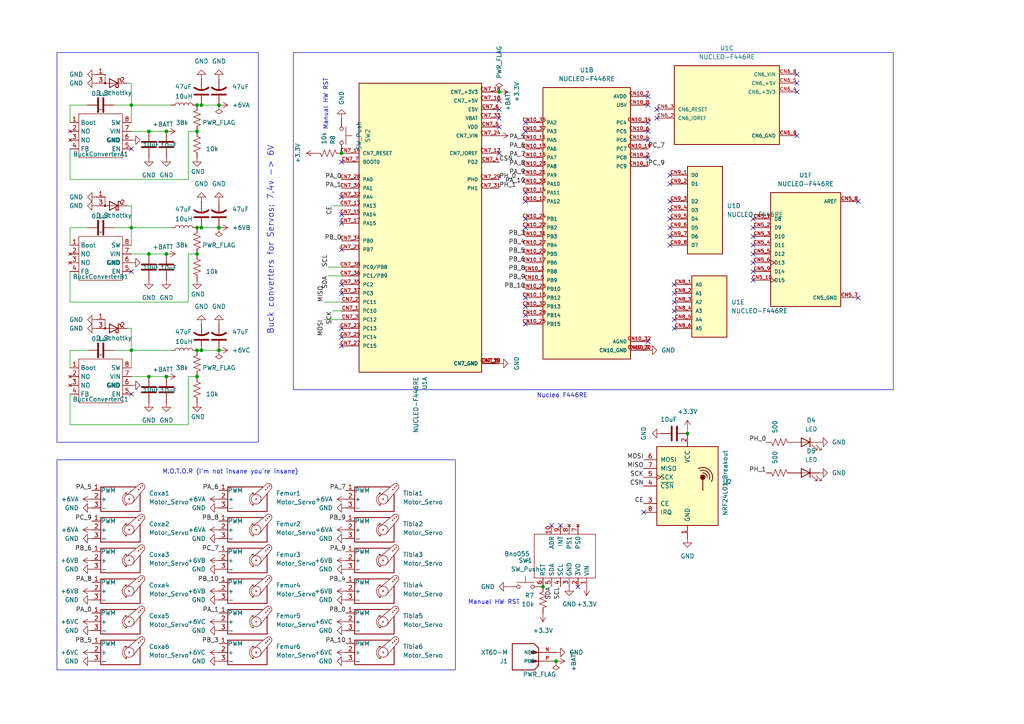
<source format=kicad_sch>
(kicad_sch (version 20250114) (generator "eeschema") (generator_version "9.0")
  (paper "A4")
  (rectangle (start 85.09 15.24) (end 259.08 113.03))
  (rectangle (start 16.51 133.35) (end 132.08 194.31))
  (rectangle (start 16.51 15.24) (end 74.93 128.27))
  (text "M.O.T.O.R (I'm not insane you're insane)" (at 66.802 136.906 0) (effects (font (size 1.27 1.27))))
  (text "Manual HW RST" (at 94.488 30.226 90) (effects (font (size 1.27 1.27))))
  (text "Buck converters for Servos: 7.4v -> 6V" (at 78.486 69.596 90) (effects (font (size 1.778 1.778))))
  (text "Nucleo F446RE" (at 163.068 114.808 0) (effects (font (size 1.27 1.27))))
  (text "Manual HW RST" (at 143.256 174.752 0) (effects (font (size 1.27 1.27))))
  (junction (at 63.5 30.48))
  (junction (at 57.15 38.1))
  (junction (at 63.5 101.6))
  (junction (at 58.42 30.48))
  (junction (at 161.29 191.77))
  (junction (at 63.5 66.04))
  (junction (at 48.26 73.66))
  (junction (at 144.78 26.67))
  (junction (at 58.42 66.04))
  (junction (at 48.26 109.22))
  (junction (at 57.15 109.22))
  (junction (at 43.18 38.1))
  (junction (at 43.18 109.22))
  (junction (at 38.1 30.48))
  (junction (at 48.26 38.1))
  (junction (at 57.15 30.48))
  (junction (at 57.15 101.6))
  (junction (at 157.48 170.18))
  (junction (at 58.42 101.6))
  (junction (at 99.06 44.45))
  (junction (at 57.15 66.04))
  (junction (at 38.1 101.6))
  (junction (at 43.18 73.66))
  (junction (at 57.15 73.66))
  (junction (at 38.1 66.04))
  (junction (at 199.39 125.73))
  (no_connect (at 152.4 63.5))
  (no_connect (at 218.44 68.58))
  (no_connect (at 99.06 97.79))
  (no_connect (at 248.92 86.36))
  (no_connect (at 218.44 71.12))
  (no_connect (at 144.78 36.83))
  (no_connect (at 187.96 38.1))
  (no_connect (at 99.06 72.39))
  (no_connect (at 195.58 92.71))
  (no_connect (at 187.96 27.94))
  (no_connect (at 187.96 99.06))
  (no_connect (at 144.78 44.45))
  (no_connect (at 99.06 85.09))
  (no_connect (at 187.96 35.56))
  (no_connect (at 152.4 88.9))
  (no_connect (at 187.96 40.64))
  (no_connect (at 218.44 66.04))
  (no_connect (at 194.31 58.42))
  (no_connect (at 99.06 82.55))
  (no_connect (at 195.58 90.17))
  (no_connect (at 167.64 170.18))
  (no_connect (at 190.5 34.29))
  (no_connect (at 38.1 114.3))
  (no_connect (at 152.4 35.56))
  (no_connect (at 194.31 66.04))
  (no_connect (at 162.56 152.4))
  (no_connect (at 186.69 148.59))
  (no_connect (at 99.06 100.33))
  (no_connect (at 144.78 29.21))
  (no_connect (at 194.31 53.34))
  (no_connect (at 99.06 62.23))
  (no_connect (at 144.78 31.75))
  (no_connect (at 194.31 71.12))
  (no_connect (at 231.14 26.67))
  (no_connect (at 152.4 93.98))
  (no_connect (at 38.1 43.18))
  (no_connect (at 194.31 50.8))
  (no_connect (at 187.96 45.72))
  (no_connect (at 218.44 76.2))
  (no_connect (at 194.31 60.96))
  (no_connect (at 218.44 81.28))
  (no_connect (at 152.4 86.36))
  (no_connect (at 231.14 21.59))
  (no_connect (at 99.06 46.99))
  (no_connect (at 231.14 39.37))
  (no_connect (at 248.92 58.42))
  (no_connect (at 144.78 34.29))
  (no_connect (at 99.06 64.77))
  (no_connect (at 218.44 63.5))
  (no_connect (at 152.4 91.44))
  (no_connect (at 194.31 68.58))
  (no_connect (at 195.58 87.63))
  (no_connect (at 187.96 30.48))
  (no_connect (at 195.58 82.55))
  (no_connect (at 152.4 58.42))
  (no_connect (at 160.02 152.4))
  (no_connect (at 152.4 66.04))
  (no_connect (at 99.06 57.15))
  (no_connect (at 38.1 78.74))
  (no_connect (at 152.4 38.1))
  (no_connect (at 195.58 85.09))
  (no_connect (at 218.44 78.74))
  (no_connect (at 190.5 31.75))
  (no_connect (at 218.44 73.66))
  (no_connect (at 195.58 95.25))
  (no_connect (at 152.4 55.88))
  (no_connect (at 231.14 24.13))
  (no_connect (at 99.06 95.25))
  (no_connect (at 194.31 63.5))
  (wire (pts (xy 99.06 77.47) (xy 95.25 77.47)))
  (wire (pts (xy 43.18 109.22) (xy 48.26 109.22)))
  (wire (pts (xy 20.32 87.63) (xy 54.61 87.63)))
  (wire (pts (xy 20.32 71.12) (xy 20.32 66.04)))
  (wire (pts (xy 57.15 30.48) (xy 58.42 30.48)))
  (wire (pts (xy 99.06 92.71) (xy 93.98 92.71)))
  (wire (pts (xy 36.83 24.13) (xy 38.1 24.13)))
  (wire (pts (xy 33.02 101.6) (xy 38.1 101.6)))
  (wire (pts (xy 38.1 101.6) (xy 49.53 101.6)))
  (wire (pts (xy 38.1 24.13) (xy 38.1 30.48)))
  (wire (pts (xy 199.39 124.46) (xy 199.39 125.73)))
  (wire (pts (xy 43.18 73.66) (xy 48.26 73.66)))
  (wire (pts (xy 54.61 38.1) (xy 57.15 38.1)))
  (wire (pts (xy 38.1 30.48) (xy 49.53 30.48)))
  (wire (pts (xy 54.61 73.66) (xy 57.15 73.66)))
  (wire (pts (xy 20.32 43.18) (xy 20.32 52.07)))
  (wire (pts (xy 57.15 66.04) (xy 58.42 66.04)))
  (wire (pts (xy 36.83 59.69) (xy 38.1 59.69)))
  (wire (pts (xy 38.1 101.6) (xy 38.1 106.68)))
  (wire (pts (xy 96.52 59.69) (xy 99.06 59.69)))
  (wire (pts (xy 58.42 101.6) (xy 63.5 101.6)))
  (wire (pts (xy 20.32 78.74) (xy 20.32 87.63)))
  (wire (pts (xy 20.32 123.19) (xy 54.61 123.19)))
  (wire (pts (xy 38.1 30.48) (xy 38.1 35.56)))
  (wire (pts (xy 58.42 66.04) (xy 63.5 66.04)))
  (wire (pts (xy 20.32 35.56) (xy 20.32 30.48)))
  (wire (pts (xy 54.61 123.19) (xy 54.61 109.22)))
  (wire (pts (xy 33.02 66.04) (xy 38.1 66.04)))
  (wire (pts (xy 54.61 52.07) (xy 54.61 38.1)))
  (wire (pts (xy 99.06 87.63) (xy 93.98 87.63)))
  (wire (pts (xy 38.1 95.25) (xy 38.1 101.6)))
  (wire (pts (xy 20.32 30.48) (xy 25.4 30.48)))
  (wire (pts (xy 38.1 38.1) (xy 43.18 38.1)))
  (wire (pts (xy 38.1 66.04) (xy 38.1 71.12)))
  (wire (pts (xy 54.61 109.22) (xy 57.15 109.22)))
  (wire (pts (xy 58.42 30.48) (xy 63.5 30.48)))
  (wire (pts (xy 33.02 30.48) (xy 38.1 30.48)))
  (wire (pts (xy 57.15 101.6) (xy 58.42 101.6)))
  (wire (pts (xy 99.06 90.17) (xy 96.52 90.17)))
  (wire (pts (xy 38.1 73.66) (xy 43.18 73.66)))
  (wire (pts (xy 20.32 101.6) (xy 25.4 101.6)))
  (wire (pts (xy 38.1 109.22) (xy 43.18 109.22)))
  (wire (pts (xy 54.61 87.63) (xy 54.61 73.66)))
  (wire (pts (xy 20.32 52.07) (xy 54.61 52.07)))
  (wire (pts (xy 38.1 66.04) (xy 49.53 66.04)))
  (wire (pts (xy 20.32 66.04) (xy 25.4 66.04)))
  (wire (pts (xy 99.06 80.01) (xy 95.25 80.01)))
  (wire (pts (xy 36.83 95.25) (xy 38.1 95.25)))
  (wire (pts (xy 20.32 106.68) (xy 20.32 101.6)))
  (wire (pts (xy 38.1 59.69) (xy 38.1 66.04)))
  (wire (pts (xy 20.32 114.3) (xy 20.32 123.19)))
  (wire (pts (xy 43.18 38.1) (xy 48.26 38.1)))
  (label "PA_10" (at 100.33 186.69 180))
  (label "PA_6" (at 152.4 43.18 180))
  (label "PB_5" (at 152.4 73.66 180))
  (label "PA_6" (at 63.5 142.24 180))
  (label "CSN" (at 186.69 140.97 180))
  (label "PB_3" (at 63.5 186.69 180))
  (label "PA_9" (at 152.4 50.8 180))
  (label "PB_0" (at 99.06 69.85 180))
  (label "SCK" (at 96.52 90.17 270))
  (label "CE" (at 96.52 59.69 270))
  (label "PB_4" (at 100.33 168.91 180))
  (label "PB_8" (at 152.4 78.74 180))
  (label "PB_9" (at 152.4 81.28 180))
  (label "PA_7" (at 152.4 45.72 180))
  (label "CE" (at 186.69 146.05 180))
  (label "PC_9" (at 187.96 48.26 0))
  (label "PA_8" (at 26.67 168.91 180))
  (label "PB_8" (at 63.5 151.13 180))
  (label "PB_6" (at 152.4 76.2 180))
  (label "MISO" (at 93.98 87.63 90))
  (label "PA_10" (at 152.4 53.34 180))
  (label "PA_1" (at 63.5 177.8 180))
  (label "SCL" (at 95.25 77.47 90))
  (label "PH_0" (at 222.25 128.27 180))
  (label "SDA" (at 95.25 80.01 270))
  (label "SCL" (at 162.56 170.18 270))
  (label "PA_5" (at 152.4 40.64 180))
  (label "PA_5" (at 26.67 142.24 180))
  (label "PH_1" (at 222.25 137.16 180))
  (label "" (at 63.5 171.45 180))
  (label "" (at 100.33 162.56 180))
  (label "" (at 26.67 171.45 180))
  (label "MOSI" (at 186.69 133.35 180))
  (label "PC_7" (at 63.5 160.02 180))
  (label "PB_10" (at 63.5 168.91 180))
  (label "PC_7" (at 187.96 43.18 0))
  (label "" (at 63.5 162.56 180))
  (label "" (at 26.67 162.56 180))
  (label "PH_1" (at 144.78 54.61 0))
  (label "PB_5" (at 26.67 186.69 180))
  (label "PB_4" (at 152.4 71.12 180))
  (label "PA_0" (at 99.06 52.07 180))
  (label "PH_0" (at 144.78 52.07 0))
  (label "PA_1" (at 99.06 54.61 180))
  (label "PB_9" (at 100.33 151.13 180))
  (label "PA_0" (at 26.67 177.8 180))
  (label "PB_3" (at 152.4 68.58 180))
  (label "PB_0" (at 100.33 177.8 180))
  (label "PA_7" (at 100.33 142.24 180))
  (label "CSN" (at 144.78 46.99 0))
  (label "SCK" (at 186.69 138.43 180))
  (label "MOSI" (at 93.98 92.71 270))
  (label "PC_9" (at 26.67 151.13 180))
  (label "PA_8" (at 152.4 48.26 180))
  (label "PB_10" (at 152.4 83.82 180))
  (label "MISO" (at 186.69 135.89 180))
  (label "" (at 100.33 171.45 180))
  (label "PA_9" (at 100.33 160.02 180))
  (label "SDA" (at 160.02 170.18 270))
  (label "PB_6" (at 26.67 160.02 180))
  (symbol (lib_id "power:GND") (at 237.49 137.16 90) (unit 1)
    (property "Reference" "#PWR049" (effects (hide yes)))
    (property "Value" "GND" (at 241.3 137.1599 90) (effects (justify right)))
    (property "Description" "Power symbol creates a global label with name \"GND\" , ground" (effects (hide yes)))
  )
  (symbol (lib_id "power:GND") (at 38.1 111.76 90) (unit 1)
    (property "Reference" "#PWR042" (effects (hide yes)))
    (property "Value" "GND" (at 30.734 111.76 90) (effects (justify right)))
    (property "Description" "Power symbol creates a global label with name \"GND\" , ground" (effects (hide yes)))
  )
  (symbol (lib_id "Motor:Motor_Servo") (at 71.12 144.78 0) (unit 1)
    (property "Reference" "Femur1" (at 80.01 143.0768 0) (effects (justify left)))
    (property "Value" "Motor_Servo" (at 80.01 145.6168 0) (effects (justify left)))
    (property "Footprint" "Connector_PinHeader_2.54mm:PinHeader_1x03_P2.54mm_Vertical" (effects (hide yes)))
    (property "Datasheet" "http://forums.parallax.com/uploads/attachments/46831/74481.png" (effects (hide yes)))
    (property "Description" "Servo Motor (Futaba, HiTec, JR connector)" (effects (hide yes)))
  )
  (symbol (lib_id "power:+BATT") (at 48.26 109.22 270) (unit 1)
    (property "Reference" "#PWR044" (effects (hide yes)))
    (property "Value" "+BATT" (at 44.196 107.188 90) (effects (justify left)))
    (property "Description" "Power symbol creates a global label with name \"+BATT\"" (effects (hide yes)))
  )
  (symbol (lib_id "RT8289:RT8289") (at 29.21 74.93 0) (unit 1)
    (property "Reference" "BuckConverterB1" (at 29.21 80.264 0))
    (property "Value" "~" (at 29.21 67.31 0))
    (property "Footprint" "RT8289GSP:SOIC127P599X175-9N" (effects (hide yes)))
  )
  (symbol (lib_id "power:GND") (at 187.96 101.6 90) (unit 1)
    (property "Reference" "#PWR085" (effects (hide yes)))
    (property "Value" "GND" (at 191.77 101.5999 90) (effects (justify right)))
    (property "Description" "Power symbol creates a global label with name \"GND\" , ground" (effects (hide yes)))
  )
  (symbol (lib_id "power:+6V") (at 100.33 189.23 90) (mirror x) (unit 1)
    (property "Reference" "#PWR082" (effects (hide yes)))
    (property "Value" "+6VC" (at 96.52 189.2299 90) (effects (justify left)))
    (property "Description" "Power symbol creates a global label with name \"+6V\"" (effects (hide yes)))
  )
  (symbol (lib_id "RF:NRF24L01_Breakout") (at 199.39 140.97 0) (unit 1)
    (property "Reference" "U2" (at 209.55 139.6999 0) (effects (justify left)))
    (property "Value" "NRF24L01_Breakout" (at 210.312 149.606 90) (effects (justify left)))
    (property "Footprint" "RF_Module:nRF24L01_Breakout" (effects (hide yes)))
    (property "Datasheet" "http://www.nordicsemi.com/eng/content/download/2730/34105/file/nRF24L01_Product_Specification_v2_0.pdf" (effects (hide yes)))
    (property "Description" "Ultra low power 2.4GHz RF Transceiver, Carrier PCB" (effects (hide yes)))
  )
  (symbol (lib_id "power:GND") (at 100.33 182.88 270) (unit 1)
    (property "Reference" "#PWR015" (effects (hide yes)))
    (property "Value" "GND" (at 96.52 182.8799 90) (effects (justify right)))
    (property "Description" "Power symbol creates a global label with name \"GND\" , ground" (effects (hide yes)))
  )
  (symbol (lib_id "power:GND") (at 27.94 57.15 270) (unit 1)
    (property "Reference" "#PWR070" (effects (hide yes)))
    (property "Value" "GND" (at 24.13 57.1501 90) (effects (justify right)))
    (property "Description" "Power symbol creates a global label with name \"GND\" , ground" (effects (hide yes)))
  )
  (symbol (lib_id "power:GND") (at 26.67 191.77 270) (unit 1)
    (property "Reference" "#PWR016" (effects (hide yes)))
    (property "Value" "GND" (at 22.86 191.7699 90) (effects (justify right)))
    (property "Description" "Power symbol creates a global label with name \"GND\" , ground" (effects (hide yes)))
  )
  (symbol (lib_id "power:+6V") (at 100.33 162.56 90) (mirror x) (unit 1)
    (property "Reference" "#PWR08" (effects (hide yes)))
    (property "Value" "+6VB" (at 96.52 162.5599 90) (effects (justify left)))
    (property "Description" "Power symbol creates a global label with name \"+6V\"" (effects (hide yes)))
  )
  (symbol (lib_id "power:GND") (at 63.5 173.99 270) (unit 1)
    (property "Reference" "#PWR010" (effects (hide yes)))
    (property "Value" "GND" (at 59.69 173.9899 90) (effects (justify right)))
    (property "Description" "Power symbol creates a global label with name \"GND\" , ground" (effects (hide yes)))
  )
  (symbol (lib_id "power:GND") (at 58.42 93.98 180) (unit 1)
    (property "Reference" "#PWR047" (effects (hide yes)))
    (property "Value" "GND" (at 58.42 88.9 0))
    (property "Description" "Power symbol creates a global label with name \"GND\" , ground" (effects (hide yes)))
  )
  (symbol (lib_id "power:+6V") (at 63.5 180.34 90) (mirror x) (unit 1)
    (property "Reference" "#PWR080" (effects (hide yes)))
    (property "Value" "+6VC" (at 59.69 180.3399 90) (effects (justify left)))
    (property "Description" "Power symbol creates a global label with name \"+6V\"" (effects (hide yes)))
  )
  (symbol (lib_id "power:GND") (at 63.5 147.32 270) (unit 1)
    (property "Reference" "#PWR07" (effects (hide yes)))
    (property "Value" "GND" (at 59.69 147.3199 90) (effects (justify right)))
    (property "Description" "Power symbol creates a global label with name \"GND\" , ground" (effects (hide yes)))
  )
  (symbol (lib_id "Device:LED") (at 233.68 128.27 0) (mirror y) (unit 1)
    (property "Reference" "D4" (at 235.2675 121.92 0))
    (property "Value" "LED" (at 235.2675 124.46 0))
    (property "Footprint" "LED_SMD:LED_miniPLCC_2315_Handsoldering" (effects (hide yes)))
    (property "Description" "Light emitting diode" (effects (hide yes)))
    (property "Sim.Pins" "1=K 2=A" (effects (hide yes)))
  )
  (symbol (lib_id "power:GND") (at 100.33 156.21 270) (unit 1)
    (property "Reference" "#PWR066" (effects (hide yes)))
    (property "Value" "GND" (at 96.52 156.2099 90) (effects (justify right)))
    (property "Description" "Power symbol creates a global label with name \"GND\" , ground" (effects (hide yes)))
  )
  (symbol (lib_id "Device:R_US") (at 57.15 69.85 0) (mirror y) (unit 1)
    (property "Reference" "R3" (effects (hide yes)))
    (property "Value" "38k" (at 54.61 71.1199 0) (effects (justify left)))
    (property "Footprint" "Resistor_SMD:R_0805_2012Metric" (effects (hide yes)))
    (property "Description" "Resistor, US symbol" (effects (hide yes)))
  )
  (symbol (lib_id "power:+BATT") (at 48.26 38.1 270) (unit 1)
    (property "Reference" "#PWR030" (effects (hide yes)))
    (property "Value" "+BATT" (at 44.196 36.068 90) (effects (justify left)))
    (property "Description" "Power symbol creates a global label with name \"+BATT\"" (effects (hide yes)))
  )
  (symbol (lib_id "power:+3.3V") (at 157.48 177.8 180) (unit 1)
    (property "Reference" "#PWR055" (effects (hide yes)))
    (property "Value" "+3.3V" (at 157.48 182.88 0))
    (property "Description" "Power symbol creates a global label with name \"+3.3V\"" (effects (hide yes)))
  )
  (symbol (lib_id "Device:C") (at 48.26 41.91 0) (unit 1)
    (property "Reference" "C4" (effects (hide yes)))
    (property "Value" "10uF" (at 46.482 42.164 0) (effects (justify left)))
    (property "Footprint" "Capacitor_SMD:C_0805_2012Metric" (effects (hide yes)))
    (property "Description" "Murata GRM21BR61C106KE15" (effects (hide yes)))
  )
  (symbol (lib_id "power:GND") (at 237.49 128.27 90) (unit 1)
    (property "Reference" "#PWR051" (effects (hide yes)))
    (property "Value" "GND" (at 241.3 128.2699 90) (effects (justify right)))
    (property "Description" "Power symbol creates a global label with name \"GND\" , ground" (effects (hide yes)))
  )
  (symbol (lib_id "power:GND") (at 43.18 116.84 0) (unit 1)
    (property "Reference" "#PWR043" (effects (hide yes)))
    (property "Value" "GND" (at 43.18 121.92 0))
    (property "Description" "Power symbol creates a global label with name \"GND\" , ground" (effects (hide yes)))
  )
  (symbol (lib_id "power:GND") (at 26.67 156.21 270) (unit 1)
    (property "Reference" "#PWR02" (effects (hide yes)))
    (property "Value" "GND" (at 22.86 156.2099 90) (effects (justify right)))
    (property "Description" "Power symbol creates a global label with name \"GND\" , ground" (effects (hide yes)))
  )
  (symbol (lib_id "Device:C") (at 43.18 113.03 0) (unit 1)
    (property "Reference" "C12" (effects (hide yes)))
    (property "Value" "10uF" (at 41.402 113.03 0) (effects (justify left)))
    (property "Footprint" "Capacitor_SMD:C_0805_2012Metric" (effects (hide yes)))
    (property "Description" "Murata GRM21BR61C106KE15" (effects (hide yes)))
  )
  (symbol (lib_id "NUCLEO-F446RE:NUCLEO-F446RE") (at 210.82 29.21 0) (unit 3)
    (property "Reference" "U1" (at 210.82 13.97 0))
    (property "Value" "NUCLEO-F446RE" (at 210.82 16.51 0))
    (property "Footprint" "NUCLEO-F446RE:MODULE_NUCLEO-F446RE" (effects (hide yes)))
    (property "MF" "STMicroelectronics" (effects (hide yes)))
    (property "Package" "None" (effects (hide yes)))
    (property "Price" "None" (effects (hide yes)))
    (property "Check_prices" "https://www.snapeda.com/parts/NUCLEO-F446RE/STMicroelectronics/view-part/?ref=eda" (effects (hide yes)))
    (property "STANDARD" "Manufacturer Recommendations" (effects (hide yes)))
    (property "PARTREV" "13" (effects (hide yes)))
    (property "SnapEDA_Link" "https://www.snapeda.com/parts/NUCLEO-F446RE/STMicroelectronics/view-part/?ref=snap" (effects (hide yes)))
    (property "MP" "NUCLEO-F446RE" (effects (hide yes)))
    (property "Description_1" "STM32F446RE, mbed-Enabled Development Nucleo-64 STM32F4 ARM® Cortex®-M4 MCU 32-Bit Embedded Evaluation Board" (effects (hide yes)))
    (property "Availability" "In Stock" (effects (hide yes)))
    (property "MANUFACTURER" "STMicroelectronics" (effects (hide yes)))
  )
  (symbol (lib_id "power:GND") (at 63.5 93.98 0) (mirror x) (unit 1)
    (property "Reference" "#PWR063" (effects (hide yes)))
    (property "Value" "GND" (at 63.5 88.9 0))
    (property "Description" "Power symbol creates a global label with name \"GND\" , ground" (effects (hide yes)))
  )
  (symbol (lib_id "Device:L") (at 53.34 30.48 90) (unit 1)
    (property "Reference" "L1" (effects (hide yes)))
    (property "Value" "10uH" (at 53.34 27.94 90))
    (property "Footprint" "footprints:IND_EXL1V0505-100-R_COB" (effects (hide yes)))
    (property "Description" "Inductor" (effects (hide yes)))
  )
  (symbol (lib_id "Device:R_US") (at 226.06 137.16 270) (mirror x) (unit 1)
    (property "Reference" "R10" (effects (hide yes)))
    (property "Value" "500" (at 224.7901 134.62 0) (effects (justify left)))
    (property "Footprint" "Resistor_SMD:R_0805_2012Metric" (effects (hide yes)))
    (property "Description" "Resistor, US symbol" (effects (hide yes)))
  )
  (symbol (lib_id "power:+6V") (at 26.67 144.78 90) (mirror x) (unit 1)
    (property "Reference" "#PWR065" (effects (hide yes)))
    (property "Value" "+6VA" (at 22.86 144.7799 90) (effects (justify left)))
    (property "Description" "Power symbol creates a global label with name \"+6V\"" (effects (hide yes)))
  )
  (symbol (lib_id "power:+6V") (at 100.33 153.67 90) (mirror x) (unit 1)
    (property "Reference" "#PWR060" (effects (hide yes)))
    (property "Value" "+6VA" (at 96.52 153.6699 90) (effects (justify left)))
    (property "Description" "Power symbol creates a global label with name \"+6V\"" (effects (hide yes)))
  )
  (symbol (lib_id "power:GND") (at 191.77 125.73 270) (unit 1)
    (property "Reference" "#PWR059" (effects (hide yes)))
    (property "Value" "GND" (at 186.69 125.73 0))
    (property "Description" "Power symbol creates a global label with name \"GND\" , ground" (effects (hide yes)))
  )
  (symbol (lib_id "power:GND") (at 58.42 58.42 180) (unit 1)
    (property "Reference" "#PWR038" (effects (hide yes)))
    (property "Value" "GND" (at 58.42 53.34 0))
    (property "Description" "Power symbol creates a global label with name \"GND\" , ground" (effects (hide yes)))
  )
  (symbol (lib_id "NUCLEO-F446RE:NUCLEO-F446RE") (at 205.74 87.63 0) (unit 5)
    (property "Reference" "U1" (at 212.09 87.6299 0) (effects (justify left)))
    (property "Value" "NUCLEO-F446RE" (at 212.09 90.1699 0) (effects (justify left)))
    (property "Footprint" "NUCLEO-F446RE:MODULE_NUCLEO-F446RE" (effects (hide yes)))
    (property "MF" "STMicroelectronics" (effects (hide yes)))
    (property "Package" "None" (effects (hide yes)))
    (property "Price" "None" (effects (hide yes)))
    (property "Check_prices" "https://www.snapeda.com/parts/NUCLEO-F446RE/STMicroelectronics/view-part/?ref=eda" (effects (hide yes)))
    (property "STANDARD" "Manufacturer Recommendations" (effects (hide yes)))
    (property "PARTREV" "13" (effects (hide yes)))
    (property "SnapEDA_Link" "https://www.snapeda.com/parts/NUCLEO-F446RE/STMicroelectronics/view-part/?ref=snap" (effects (hide yes)))
    (property "MP" "NUCLEO-F446RE" (effects (hide yes)))
    (property "Description_1" "STM32F446RE, mbed-Enabled Development Nucleo-64 STM32F4 ARM® Cortex®-M4 MCU 32-Bit Embedded Evaluation Board" (effects (hide yes)))
    (property "Availability" "In Stock" (effects (hide yes)))
    (property "MANUFACTURER" "STMicroelectronics" (effects (hide yes)))
  )
  (symbol (lib_id "power:GND") (at 161.29 189.23 90) (unit 1)
    (property "Reference" "#PWR026" (effects (hide yes)))
    (property "Value" "GND" (at 165.1 189.2301 90) (effects (justify right)))
    (property "Description" "Power symbol creates a global label with name \"GND\" , ground" (effects (hide yes)))
  )
  (symbol (lib_id "XT60-M:XT60-M") (at 156.21 189.23 180) (unit 1)
    (property "Reference" "J1" (at 147.32 191.7701 0) (effects (justify left)))
    (property "Value" "XT60-M" (at 147.32 189.2301 0) (effects (justify left)))
    (property "Footprint" "XT60-M:AMASS_XT60-M" (effects (hide yes)))
    (property "MF" "AMASS" (effects (hide yes)))
    (property "MAXIMUM_PACKAGE_HEIGHT" "16.00 mm" (effects (hide yes)))
    (property "Package" "Package" (effects (hide yes)))
    (property "Price" "None" (effects (hide yes)))
    (property "Check_prices" "https://www.snapeda.com/parts/XT60-M/AMASS/view-part/?ref=eda" (effects (hide yes)))
    (property "STANDARD" "IPC 7351B" (effects (hide yes)))
    (property "PARTREV" "V1.2" (effects (hide yes)))
    (property "SnapEDA_Link" "https://www.snapeda.com/parts/XT60-M/AMASS/view-part/?ref=snap" (effects (hide yes)))
    (property "MP" "XT60-M" (effects (hide yes)))
    (property "Description_1" "Plug; DC supply; XT60; male; PIN: 2; for cable; soldered; 30A; 500V" (effects (hide yes)))
    (property "Availability" "Not in stock" (effects (hide yes)))
    (property "MANUFACTURER" "AMASS" (effects (hide yes)))
  )
  (symbol (lib_id "power:GND") (at 63.5 58.42 0) (mirror x) (unit 1)
    (property "Reference" "#PWR039" (effects (hide yes)))
    (property "Value" "GND" (at 63.5 53.34 0))
    (property "Description" "Power symbol creates a global label with name \"GND\" , ground" (effects (hide yes)))
  )
  (symbol (lib_id "power:GND") (at 27.94 24.13 270) (unit 1)
    (property "Reference" "#PWR027" (effects (hide yes)))
    (property "Value" "GND" (at 24.13 24.1301 90) (effects (justify right)))
    (property "Description" "Power symbol creates a global label with name \"GND\" , ground" (effects (hide yes)))
  )
  (symbol (lib_id "power:GND") (at 99.06 34.29 0) (mirror x) (unit 1)
    (property "Reference" "#PWR057" (effects (hide yes)))
    (property "Value" "GND" (at 99.0601 30.48 90) (effects (justify right)))
    (property "Description" "Power symbol creates a global label with name \"GND\" , ground" (effects (hide yes)))
  )
  (symbol (lib_id "Device:C") (at 43.18 41.91 0) (unit 1)
    (property "Reference" "C5" (effects (hide yes)))
    (property "Value" "10uF" (at 41.402 41.91 0) (effects (justify left)))
    (property "Footprint" "Capacitor_SMD:C_0805_2012Metric" (effects (hide yes)))
    (property "Description" "Murata GRM21BR61C106KE15" (effects (hide yes)))
  )
  (symbol (lib_id "power:+6V") (at 63.5 144.78 90) (mirror x) (unit 1)
    (property "Reference" "#PWR068" (effects (hide yes)))
    (property "Value" "+6VA" (at 59.69 144.7799 90) (effects (justify left)))
    (property "Description" "Power symbol creates a global label with name \"+6V\"" (effects (hide yes)))
  )
  (symbol (lib_id "Motor:Motor_Servo") (at 71.12 162.56 0) (unit 1)
    (property "Reference" "Femur3" (at 80.01 160.8568 0) (effects (justify left)))
    (property "Value" "Motor_Servo" (at 80.01 163.3968 0) (effects (justify left)))
    (property "Footprint" "Connector_PinHeader_2.54mm:PinHeader_1x03_P2.54mm_Vertical" (effects (hide yes)))
    (property "Datasheet" "http://forums.parallax.com/uploads/attachments/46831/74481.png" (effects (hide yes)))
    (property "Description" "Servo Motor (Futaba, HiTec, JR connector)" (effects (hide yes)))
  )
  (symbol (lib_id "power:+BATT") (at 48.26 73.66 270) (unit 1)
    (property "Reference" "#PWR035" (effects (hide yes)))
    (property "Value" "+BATT" (at 44.196 71.628 90) (effects (justify left)))
    (property "Description" "Power symbol creates a global label with name \"+BATT\"" (effects (hide yes)))
  )
  (symbol (lib_id "Device:D_Schottky_AKA") (at 33.02 24.13 0) (mirror y) (unit 1)
    (property "Reference" "D1" (effects (hide yes)))
    (property "Value" "D_Schottky" (at 33.02 26.924 0))
    (property "Footprint" "815:MBR1045S" (effects (hide yes)))
    (property "Description" "Schottky diode, anode on pins 1 and 3" (effects (hide yes)))
  )
  (symbol (lib_id "Device:C_US") (at 58.42 26.67 180) (unit 1)
    (property "Reference" "C2" (effects (hide yes)))
    (property "Value" "47uF" (at 55.626 25.146 0) (effects (justify left)))
    (property "Footprint" "footprints2:CAP_TA_B2_PAN" (effects (hide yes)))
    (property "Description" "capacitor, US symbol" (effects (hide yes)))
  )
  (symbol (lib_id "Device:C_US") (at 58.42 97.79 180) (unit 1)
    (property "Reference" "C14" (effects (hide yes)))
    (property "Value" "47uF" (at 55.626 96.266 0) (effects (justify left)))
    (property "Footprint" "footprints2:CAP_TA_B2_PAN" (effects (hide yes)))
    (property "Description" "capacitor, US symbol" (effects (hide yes)))
  )
  (symbol (lib_id "power:+3.3V") (at 199.39 124.46 0) (unit 1)
    (property "Reference" "#PWR058" (effects (hide yes)))
    (property "Value" "+3.3V" (at 199.39 119.38 0))
    (property "Description" "Power symbol creates a global label with name \"+3.3V\"" (effects (hide yes)))
  )
  (symbol (lib_id "power:+6V") (at 63.5 189.23 90) (mirror x) (unit 1)
    (property "Reference" "#PWR079" (effects (hide yes)))
    (property "Value" "+6VC" (at 59.69 189.2299 90) (effects (justify left)))
    (property "Description" "Power symbol creates a global label with name \"+6V\"" (effects (hide yes)))
  )
  (symbol (lib_id "power:GND") (at 48.26 116.84 0) (unit 1)
    (property "Reference" "#PWR045" (effects (hide yes)))
    (property "Value" "GND" (at 48.26 121.92 0))
    (property "Description" "Power symbol creates a global label with name \"GND\" , ground" (effects (hide yes)))
  )
  (symbol (lib_id "power:+6V") (at 100.33 144.78 90) (mirror x) (unit 1)
    (property "Reference" "#PWR069" (effects (hide yes)))
    (property "Value" "+6VA" (at 96.52 144.7799 90) (effects (justify left)))
    (property "Description" "Power symbol creates a global label with name \"+6V\"" (effects (hide yes)))
  )
  (symbol (lib_id "power:GND") (at 199.39 156.21 0) (unit 1)
    (property "Reference" "#PWR024" (effects (hide yes)))
    (property "Value" "GND" (at 199.39 161.29 0))
    (property "Description" "Power symbol creates a global label with name \"GND\" , ground" (effects (hide yes)))
  )
  (symbol (lib_id "power:GND") (at 27.94 92.71 270) (unit 1)
    (property "Reference" "#PWR076" (effects (hide yes)))
    (property "Value" "GND" (at 24.13 92.7101 90) (effects (justify right)))
    (property "Description" "Power symbol creates a global label with name \"GND\" , ground" (effects (hide yes)))
  )
  (symbol (lib_id "power:+BATT") (at 161.29 191.77 270) (unit 1)
    (property "Reference" "#PWR029" (effects (hide yes)))
    (property "Value" "+BATT" (at 166.37 191.77 0))
    (property "Description" "Power symbol creates a global label with name \"+BATT\"" (effects (hide yes)))
  )
  (symbol (lib_id "Motor:Motor_Servo") (at 71.12 180.34 0) (unit 1)
    (property "Reference" "Femur5" (at 80.01 178.6368 0) (effects (justify left)))
    (property "Value" "Motor_Servo" (at 80.01 181.1768 0) (effects (justify left)))
    (property "Footprint" "Connector_PinHeader_2.54mm:PinHeader_1x03_P2.54mm_Vertical" (effects (hide yes)))
    (property "Datasheet" "http://forums.parallax.com/uploads/attachments/46831/74481.png" (effects (hide yes)))
    (property "Description" "Servo Motor (Futaba, HiTec, JR connector)" (effects (hide yes)))
  )
  (symbol (lib_id "Device:D_Schottky_AKA") (at 33.02 59.69 0) (mirror y) (unit 1)
    (property "Reference" "D7" (effects (hide yes)))
    (property "Value" "D_Schottky" (at 33.02 62.484 0))
    (property "Footprint" "815:MBR1045S" (effects (hide yes)))
    (property "Description" "Schottky diode, anode on pins 1 and 3" (effects (hide yes)))
  )
  (symbol (lib_id "Device:LED") (at 233.68 137.16 0) (mirror y) (unit 1)
    (property "Reference" "D5" (at 235.2675 130.81 0))
    (property "Value" "LED" (at 235.2675 133.35 0))
    (property "Footprint" "LED_SMD:LED_miniPLCC_2315_Handsoldering" (effects (hide yes)))
    (property "Description" "Light emitting diode" (effects (hide yes)))
    (property "Sim.Pins" "1=K 2=A" (effects (hide yes)))
  )
  (symbol (lib_id "power:GND") (at 27.94 95.25 270) (unit 1)
    (property "Reference" "#PWR041" (effects (hide yes)))
    (property "Value" "GND" (at 24.13 95.2501 90) (effects (justify right)))
    (property "Description" "Power symbol creates a global label with name \"GND\" , ground" (effects (hide yes)))
  )
  (symbol (lib_id "power:GND") (at 165.1 170.18 0) (mirror y) (unit 1)
    (property "Reference" "#PWR023" (effects (hide yes)))
    (property "Value" "GND" (at 165.1 175.26 0))
    (property "Description" "Power symbol creates a global label with name \"GND\" , ground" (effects (hide yes)))
  )
  (symbol (lib_id "Device:C_US") (at 63.5 97.79 0) (mirror x) (unit 1)
    (property "Reference" "C15" (effects (hide yes)))
    (property "Value" "47uF" (at 67.31 96.2661 0) (effects (justify left)))
    (property "Footprint" "footprints2:CAP_TA_B2_PAN" (effects (hide yes)))
    (property "Description" "capacitor, US symbol" (effects (hide yes)))
  )
  (symbol (lib_id "Device:R_US") (at 95.25 44.45 270) (mirror x) (unit 1)
    (property "Reference" "R8" (at 96.5201 41.91 0) (effects (justify left)))
    (property "Value" "10k" (at 93.9801 41.91 0) (effects (justify left)))
    (property "Footprint" "Resistor_SMD:R_0805_2012Metric" (effects (hide yes)))
    (property "Description" "Resistor, US symbol" (effects (hide yes)))
  )
  (symbol (lib_id "Motor:Motor_Servo") (at 34.29 180.34 0) (unit 1)
    (property "Reference" "Coxa5" (at 43.18 178.6368 0) (effects (justify left)))
    (property "Value" "Motor_Servo" (at 43.18 181.1768 0) (effects (justify left)))
    (property "Footprint" "Connector_PinHeader_2.54mm:PinHeader_1x03_P2.54mm_Vertical" (effects (hide yes)))
    (property "Datasheet" "http://forums.parallax.com/uploads/attachments/46831/74481.png" (effects (hide yes)))
    (property "Description" "Servo Motor (Futaba, HiTec, JR connector)" (effects (hide yes)))
  )
  (symbol (lib_id "Motor:Motor_Servo") (at 34.29 189.23 0) (unit 1)
    (property "Reference" "Coxa6" (at 43.18 187.5268 0) (effects (justify left)))
    (property "Value" "Motor_Servo" (at 43.18 190.0668 0) (effects (justify left)))
    (property "Footprint" "Connector_PinHeader_2.54mm:PinHeader_1x03_P2.54mm_Vertical" (effects (hide yes)))
    (property "Datasheet" "http://forums.parallax.com/uploads/attachments/46831/74481.png" (effects (hide yes)))
    (property "Description" "Servo Motor (Futaba, HiTec, JR connector)" (effects (hide yes)))
  )
  (symbol (lib_id "Device:L") (at 53.34 101.6 90) (unit 1)
    (property "Reference" "L3" (effects (hide yes)))
    (property "Value" "10uH" (at 53.34 99.06 90))
    (property "Footprint" "footprints:IND_EXL1V0505-100-R_COB" (effects (hide yes)))
    (property "Description" "Inductor" (effects (hide yes)))
  )
  (symbol (lib_id "Device:R_US") (at 57.15 41.91 0) (unit 1)
    (property "Reference" "R2" (effects (hide yes)))
    (property "Value" "10k" (at 59.69 43.1799 0) (effects (justify left)))
    (property "Footprint" "Resistor_SMD:R_0805_2012Metric" (effects (hide yes)))
    (property "Description" "Resistor, US symbol" (effects (hide yes)))
  )
  (symbol (lib_id "power:GND") (at 58.42 22.86 180) (unit 1)
    (property "Reference" "#PWR020" (effects (hide yes)))
    (property "Value" "GND" (at 58.42 17.78 0))
    (property "Description" "Power symbol creates a global label with name \"GND\" , ground" (effects (hide yes)))
  )
  (symbol (lib_id "NUCLEO-F446RE:NUCLEO-F446RE") (at 170.18 63.5 0) (unit 2)
    (property "Reference" "U1" (at 170.18 20.32 0))
    (property "Value" "NUCLEO-F446RE" (at 170.18 22.86 0))
    (property "Footprint" "NUCLEO-F446RE:MODULE_NUCLEO-F446RE" (effects (hide yes)))
    (property "MF" "STMicroelectronics" (effects (hide yes)))
    (property "Package" "None" (effects (hide yes)))
    (property "Price" "None" (effects (hide yes)))
    (property "Check_prices" "https://www.snapeda.com/parts/NUCLEO-F446RE/STMicroelectronics/view-part/?ref=eda" (effects (hide yes)))
    (property "STANDARD" "Manufacturer Recommendations" (effects (hide yes)))
    (property "PARTREV" "13" (effects (hide yes)))
    (property "SnapEDA_Link" "https://www.snapeda.com/parts/NUCLEO-F446RE/STMicroelectronics/view-part/?ref=snap" (effects (hide yes)))
    (property "MP" "NUCLEO-F446RE" (effects (hide yes)))
    (property "Description_1" "STM32F446RE, mbed-Enabled Development Nucleo-64 STM32F4 ARM® Cortex®-M4 MCU 32-Bit Embedded Evaluation Board" (effects (hide yes)))
    (property "Availability" "In Stock" (effects (hide yes)))
    (property "MANUFACTURER" "STMicroelectronics" (effects (hide yes)))
  )
  (symbol (lib_id "Device:C") (at 29.21 101.6 90) (unit 1)
    (property "Reference" "C11" (effects (hide yes)))
    (property "Value" "0.1uF" (at 29.21 98.298 90))
    (property "Footprint" "Capacitor_SMD:C_0603_1608Metric" (effects (hide yes)))
    (property "Description" "Unpolarized capacitor" (effects (hide yes)))
  )
  (symbol (lib_id "Motor:Motor_Servo") (at 34.29 162.56 0) (unit 1)
    (property "Reference" "Coxa3" (at 43.18 160.8568 0) (effects (justify left)))
    (property "Value" "Motor_Servo" (at 43.18 163.3968 0) (effects (justify left)))
    (property "Footprint" "Connector_PinHeader_2.54mm:PinHeader_1x03_P2.54mm_Vertical" (effects (hide yes)))
    (property "Datasheet" "http://forums.parallax.com/uploads/attachments/46831/74481.png" (effects (hide yes)))
    (property "Description" "Servo Motor (Futaba, HiTec, JR connector)" (effects (hide yes)))
  )
  (symbol (lib_id "power:GND") (at 38.1 76.2 90) (unit 1)
    (property "Reference" "#PWR033" (effects (hide yes)))
    (property "Value" "GND" (at 30.734 76.2 90) (effects (justify right)))
    (property "Description" "Power symbol creates a global label with name \"GND\" , ground" (effects (hide yes)))
  )
  (symbol (lib_id "power:GND") (at 100.33 165.1 270) (unit 1)
    (property "Reference" "#PWR062" (effects (hide yes)))
    (property "Value" "GND" (at 96.52 165.0999 90) (effects (justify right)))
    (property "Description" "Power symbol creates a global label with name \"GND\" , ground" (effects (hide yes)))
  )
  (symbol (lib_id "power:+6V") (at 63.5 171.45 90) (mirror x) (unit 1)
    (property "Reference" "#PWR074" (effects (hide yes)))
    (property "Value" "+6VB" (at 59.69 171.4499 90) (effects (justify left)))
    (property "Description" "Power symbol creates a global label with name \"+6V\"" (effects (hide yes)))
  )
  (symbol (lib_id "power:GND") (at 144.78 105.41 90) (mirror x) (unit 1)
    (property "Reference" "#PWR025" (effects (hide yes)))
    (property "Value" "GND" (at 149.86 105.41 0))
    (property "Description" "Power symbol creates a global label with name \"GND\" , ground" (effects (hide yes)))
  )
  (symbol (lib_id "Motor:Motor_Servo") (at 34.29 153.67 0) (unit 1)
    (property "Reference" "Coxa2" (at 43.18 151.9668 0) (effects (justify left)))
    (property "Value" "Motor_Servo" (at 43.18 154.5068 0) (effects (justify left)))
    (property "Footprint" "Connector_PinHeader_2.54mm:PinHeader_1x03_P2.54mm_Vertical" (effects (hide yes)))
    (property "Datasheet" "http://forums.parallax.com/uploads/attachments/46831/74481.png" (effects (hide yes)))
    (property "Description" "Servo Motor (Futaba, HiTec, JR connector)" (effects (hide yes)))
  )
  (symbol (lib_id "Motor:Motor_Servo") (at 107.95 153.67 0) (unit 1)
    (property "Reference" "Tibia2" (at 116.84 151.9668 0) (effects (justify left)))
    (property "Value" "Motor_Servo" (at 116.84 154.5068 0) (effects (justify left)))
    (property "Footprint" "Connector_PinHeader_2.54mm:PinHeader_1x03_P2.54mm_Vertical" (effects (hide yes)))
    (property "Datasheet" "http://forums.parallax.com/uploads/attachments/46831/74481.png" (effects (hide yes)))
    (property "Description" "Servo Motor (Futaba, HiTec, JR connector)" (effects (hide yes)))
  )
  (symbol (lib_id "power:+3.3V") (at 91.44 44.45 90) (unit 1)
    (property "Reference" "#PWR056" (effects (hide yes)))
    (property "Value" "+3.3V" (at 86.36 44.45 0))
    (property "Description" "Power symbol creates a global label with name \"+3.3V\"" (effects (hide yes)))
  )
  (symbol (lib_id "power:+3.3V") (at 170.18 170.18 0) (mirror x) (unit 1)
    (property "Reference" "#PWR053" (effects (hide yes)))
    (property "Value" "+3.3V" (at 170.18 175.26 0))
    (property "Description" "Power symbol creates a global label with name \"+3.3V\"" (effects (hide yes)))
  )
  (symbol (lib_id "power:GND") (at 100.33 173.99 270) (unit 1)
    (property "Reference" "#PWR011" (effects (hide yes)))
    (property "Value" "GND" (at 96.52 173.9899 90) (effects (justify right)))
    (property "Description" "Power symbol creates a global label with name \"GND\" , ground" (effects (hide yes)))
  )
  (symbol (lib_id "Device:C") (at 29.21 66.04 90) (unit 1)
    (property "Reference" "C6" (effects (hide yes)))
    (property "Value" "0.1uF" (at 29.21 62.738 90))
    (property "Footprint" "Capacitor_SMD:C_0603_1608Metric" (effects (hide yes)))
    (property "Description" "Unpolarized capacitor" (effects (hide yes)))
  )
  (symbol (lib_id "power:GND") (at 63.5 182.88 270) (unit 1)
    (property "Reference" "#PWR014" (effects (hide yes)))
    (property "Value" "GND" (at 59.69 182.8799 90) (effects (justify right)))
    (property "Description" "Power symbol creates a global label with name \"GND\" , ground" (effects (hide yes)))
  )
  (symbol (lib_id "Motor:Motor_Servo") (at 34.29 171.45 0) (unit 1)
    (property "Reference" "Coxa4" (at 43.18 169.7468 0) (effects (justify left)))
    (property "Value" "Motor_Servo" (at 43.18 172.2868 0) (effects (justify left)))
    (property "Footprint" "Connector_PinHeader_2.54mm:PinHeader_1x03_P2.54mm_Vertical" (effects (hide yes)))
    (property "Datasheet" "http://forums.parallax.com/uploads/attachments/46831/74481.png" (effects (hide yes)))
    (property "Description" "Servo Motor (Futaba, HiTec, JR connector)" (effects (hide yes)))
  )
  (symbol (lib_id "power:+6V") (at 63.5 153.67 90) (mirror x) (unit 1)
    (property "Reference" "#PWR04" (effects (hide yes)))
    (property "Value" "+6VA" (at 59.69 153.6699 90) (effects (justify left)))
    (property "Description" "Power symbol creates a global label with name \"+6V\"" (effects (hide yes)))
  )
  (symbol (lib_id "power:+6V") (at 63.5 101.6 270) (unit 1)
    (property "Reference" "#PWR064" (effects (hide yes)))
    (property "Value" "+6VC" (at 67.31 101.5999 90) (effects (justify left)))
    (property "Description" "Power symbol creates a global label with name \"+6V\"" (effects (hide yes)))
  )
  (symbol (lib_id "power:+6V") (at 26.67 153.67 90) (mirror x) (unit 1)
    (property "Reference" "#PWR01" (effects (hide yes)))
    (property "Value" "+6VA" (at 22.86 153.6699 90) (effects (justify left)))
    (property "Description" "Power symbol creates a global label with name \"+6V\"" (effects (hide yes)))
  )
  (symbol (lib_id "power:+6V") (at 26.67 189.23 90) (mirror x) (unit 1)
    (property "Reference" "#PWR078" (effects (hide yes)))
    (property "Value" "+6VC" (at 22.86 189.2299 90) (effects (justify left)))
    (property "Description" "Power symbol creates a global label with name \"+6V\"" (effects (hide yes)))
  )
  (symbol (lib_id "power:GND") (at 57.15 116.84 0) (unit 1)
    (property "Reference" "#PWR046" (effects (hide yes)))
    (property "Value" "GND" (at 57.404 120.904 0))
    (property "Description" "Power symbol creates a global label with name \"GND\" , ground" (effects (hide yes)))
  )
  (symbol (lib_id "power:GND") (at 57.15 45.72 0) (unit 1)
    (property "Reference" "#PWR028" (effects (hide yes)))
    (property "Value" "GND" (at 57.404 49.784 0))
    (property "Description" "Power symbol creates a global label with name \"GND\" , ground" (effects (hide yes)))
  )
  (symbol (lib_id "Motor:Motor_Servo") (at 71.12 171.45 0) (unit 1)
    (property "Reference" "Femur4" (at 80.01 169.7468 0) (effects (justify left)))
    (property "Value" "Motor_Servo" (at 80.01 172.2868 0) (effects (justify left)))
    (property "Footprint" "Connector_PinHeader_2.54mm:PinHeader_1x03_P2.54mm_Vertical" (effects (hide yes)))
    (property "Datasheet" "http://forums.parallax.com/uploads/attachments/46831/74481.png" (effects (hide yes)))
    (property "Description" "Servo Motor (Futaba, HiTec, JR connector)" (effects (hide yes)))
  )
  (symbol (lib_id "power:GND") (at 100.33 147.32 270) (unit 1)
    (property "Reference" "#PWR013" (effects (hide yes)))
    (property "Value" "GND" (at 96.52 147.3199 90) (effects (justify right)))
    (property "Description" "Power symbol creates a global label with name \"GND\" , ground" (effects (hide yes)))
  )
  (symbol (lib_id "power:GND") (at 63.5 165.1 270) (unit 1)
    (property "Reference" "#PWR073" (effects (hide yes)))
    (property "Value" "GND" (at 59.69 165.0999 90) (effects (justify right)))
    (property "Description" "Power symbol creates a global label with name \"GND\" , ground" (effects (hide yes)))
  )
  (symbol (lib_id "power:+3.3V") (at 144.78 26.67 270) (unit 1)
    (property "Reference" "#PWR050" (effects (hide yes)))
    (property "Value" "+3.3V" (at 149.86 26.67 0))
    (property "Description" "Power symbol creates a global label with name \"+3.3V\"" (effects (hide yes)))
  )
  (symbol (lib_id "815:Bno055") (at 163.83 161.29 0) (mirror y) (unit 1)
    (property "Reference" "Bno055" (at 153.67 160.6549 0) (effects (justify left)))
    (property "Value" "~" (at 153.67 162.56 0) (effects (justify left)))
    (property "Footprint" "815:BNO055" (effects (hide yes)))
  )
  (symbol (lib_id "power:+BATT") (at 144.78 39.37 270) (unit 1)
    (property "Reference" "#PWR048" (effects (hide yes)))
    (property "Value" "+BATT" (at 147.32 29.21 0))
    (property "Description" "Power symbol creates a global label with name \"+BATT\"" (effects (hide yes)))
  )
  (symbol (lib_id "NUCLEO-F446RE:NUCLEO-F446RE") (at 233.68 71.12 0) (unit 6)
    (property "Reference" "U1" (at 233.68 50.8 0))
    (property "Value" "NUCLEO-F446RE" (at 233.68 53.34 0))
    (property "Footprint" "NUCLEO-F446RE:MODULE_NUCLEO-F446RE" (effects (hide yes)))
    (property "MF" "STMicroelectronics" (effects (hide yes)))
    (property "Package" "None" (effects (hide yes)))
    (property "Price" "None" (effects (hide yes)))
    (property "Check_prices" "https://www.snapeda.com/parts/NUCLEO-F446RE/STMicroelectronics/view-part/?ref=eda" (effects (hide yes)))
    (property "STANDARD" "Manufacturer Recommendations" (effects (hide yes)))
    (property "PARTREV" "13" (effects (hide yes)))
    (property "SnapEDA_Link" "https://www.snapeda.com/parts/NUCLEO-F446RE/STMicroelectronics/view-part/?ref=snap" (effects (hide yes)))
    (property "MP" "NUCLEO-F446RE" (effects (hide yes)))
    (property "Description_1" "STM32F446RE, mbed-Enabled Development Nucleo-64 STM32F4 ARM® Cortex®-M4 MCU 32-Bit Embedded Evaluation Board" (effects (hide yes)))
    (property "Availability" "In Stock" (effects (hide yes)))
    (property "MANUFACTURER" "STMicroelectronics" (effects (hide yes)))
  )
  (symbol (lib_id "Device:R_US") (at 157.48 173.99 0) (mirror y) (unit 1)
    (property "Reference" "R7" (at 154.94 172.7199 0) (effects (justify left)))
    (property "Value" "10k" (at 154.94 175.2599 0) (effects (justify left)))
    (property "Footprint" "Resistor_SMD:R_0805_2012Metric" (effects (hide yes)))
    (property "Description" "Resistor, US symbol" (effects (hide yes)))
  )
  (symbol (lib_id "Device:C") (at 29.21 30.48 90) (unit 1)
    (property "Reference" "C1" (effects (hide yes)))
    (property "Value" "0.1uF" (at 29.21 27.178 90))
    (property "Footprint" "Capacitor_SMD:C_0603_1608Metric" (effects (hide yes)))
    (property "Description" "Unpolarized capacitor" (effects (hide yes)))
  )
  (symbol (lib_id "power:+6V") (at 26.67 171.45 90) (mirror x) (unit 1)
    (property "Reference" "#PWR072" (effects (hide yes)))
    (property "Value" "+6VB" (at 22.86 171.4499 90) (effects (justify left)))
    (property "Description" "Power symbol creates a global label with name \"+6V\"" (effects (hide yes)))
  )
  (symbol (lib_id "Device:C") (at 43.18 77.47 0) (unit 1)
    (property "Reference" "C7" (effects (hide yes)))
    (property "Value" "10uF" (at 41.402 77.47 0) (effects (justify left)))
    (property "Footprint" "Capacitor_SMD:C_0805_2012Metric" (effects (hide yes)))
    (property "Description" "Murata GRM21BR61C106KE15" (effects (hide yes)))
  )
  (symbol (lib_id "power:PWR_FLAG") (at 161.29 191.77 180) (unit 1)
    (property "Reference" "#FLG02" (effects (hide yes)))
    (property "Value" "PWR_FLAG" (at 161.2901 195.58 0) (effects (justify left)))
    (property "Description" "Special symbol for telling ERC where power comes from" (effects (hide yes)))
  )
  (symbol (lib_id "Motor:Motor_Servo") (at 71.12 189.23 0) (unit 1)
    (property "Reference" "Femur6" (at 80.01 187.5268 0) (effects (justify left)))
    (property "Value" "Motor_Servo" (at 80.01 190.0668 0) (effects (justify left)))
    (property "Footprint" "Connector_PinHeader_2.54mm:PinHeader_1x03_P2.54mm_Vertical" (effects (hide yes)))
    (property "Datasheet" "http://forums.parallax.com/uploads/attachments/46831/74481.png" (effects (hide yes)))
    (property "Description" "Servo Motor (Futaba, HiTec, JR connector)" (effects (hide yes)))
  )
  (symbol (lib_id "power:+6V") (at 100.33 180.34 90) (mirror x) (unit 1)
    (property "Reference" "#PWR081" (effects (hide yes)))
    (property "Value" "+6VC" (at 96.52 180.3399 90) (effects (justify left)))
    (property "Description" "Power symbol creates a global label with name \"+6V\"" (effects (hide yes)))
  )
  (symbol (lib_id "power:+6V") (at 63.5 66.04 270) (unit 1)
    (property "Reference" "#PWR040" (effects (hide yes)))
    (property "Value" "+6VB" (at 67.31 66.0399 90) (effects (justify left)))
    (property "Description" "Power symbol creates a global label with name \"+6V\"" (effects (hide yes)))
  )
  (symbol (lib_id "power:GND") (at 48.26 81.28 0) (unit 1)
    (property "Reference" "#PWR036" (effects (hide yes)))
    (property "Value" "GND" (at 48.26 86.36 0))
    (property "Description" "Power symbol creates a global label with name \"GND\" , ground" (effects (hide yes)))
  )
  (symbol (lib_id "Device:L") (at 53.34 66.04 90) (unit 1)
    (property "Reference" "L2" (effects (hide yes)))
    (property "Value" "10uH" (at 53.34 63.5 90))
    (property "Footprint" "footprints:IND_EXL1V0505-100-R_COB" (effects (hide yes)))
    (property "Description" "Inductor" (effects (hide yes)))
  )
  (symbol (lib_id "power:GND") (at 26.67 147.32 270) (unit 1)
    (property "Reference" "#PWR03" (effects (hide yes)))
    (property "Value" "GND" (at 22.86 147.3199 90) (effects (justify right)))
    (property "Description" "Power symbol creates a global label with name \"GND\" , ground" (effects (hide yes)))
  )
  (symbol (lib_id "power:GND") (at 26.67 165.1 270) (unit 1)
    (property "Reference" "#PWR071" (effects (hide yes)))
    (property "Value" "GND" (at 22.86 165.0999 90) (effects (justify right)))
    (property "Description" "Power symbol creates a global label with name \"GND\" , ground" (effects (hide yes)))
  )
  (symbol (lib_id "power:+6V") (at 26.67 180.34 90) (mirror x) (unit 1)
    (property "Reference" "#PWR077" (effects (hide yes)))
    (property "Value" "+6VC" (at 22.86 180.3399 90) (effects (justify left)))
    (property "Description" "Power symbol creates a global label with name \"+6V\"" (effects (hide yes)))
  )
  (symbol (lib_id "Motor:Motor_Servo") (at 107.95 180.34 0) (unit 1)
    (property "Reference" "Tibia5" (at 116.84 178.6368 0) (effects (justify left)))
    (property "Value" "Motor_Servo" (at 116.84 181.1768 0) (effects (justify left)))
    (property "Footprint" "Connector_PinHeader_2.54mm:PinHeader_1x03_P2.54mm_Vertical" (effects (hide yes)))
    (property "Datasheet" "http://forums.parallax.com/uploads/attachments/46831/74481.png" (effects (hide yes)))
    (property "Description" "Servo Motor (Futaba, HiTec, JR connector)" (effects (hide yes)))
  )
  (symbol (lib_id "Switch:SW_Push") (at 99.06 39.37 270) (mirror x) (unit 1)
    (property "Reference" "SW2" (at 106.68 39.37 0))
    (property "Value" "SW_Push" (at 104.14 39.37 0))
    (property "Footprint" "Button_Switch_THT:SW_PUSH_6mm_H9.5mm" (effects (hide yes)))
    (property "Description" "Push button switch, generic, two pins" (effects (hide yes)))
  )
  (symbol (lib_id "power:GND") (at 63.5 22.86 0) (mirror x) (unit 1)
    (property "Reference" "#PWR021" (effects (hide yes)))
    (property "Value" "GND" (at 63.5 17.78 0))
    (property "Description" "Power symbol creates a global label with name \"GND\" , ground" (effects (hide yes)))
  )
  (symbol (lib_id "power:GND") (at 63.5 191.77 270) (unit 1)
    (property "Reference" "#PWR017" (effects (hide yes)))
    (property "Value" "GND" (at 59.69 191.7699 90) (effects (justify right)))
    (property "Description" "Power symbol creates a global label with name \"GND\" , ground" (effects (hide yes)))
  )
  (symbol (lib_id "power:+6V") (at 26.67 162.56 90) (mirror x) (unit 1)
    (property "Reference" "#PWR05" (effects (hide yes)))
    (property "Value" "+6VB" (at 22.86 162.5599 90) (effects (justify left)))
    (property "Description" "Power symbol creates a global label with name \"+6V\"" (effects (hide yes)))
  )
  (symbol (lib_id "power:PWR_FLAG") (at 63.5 101.6 0) (mirror x) (unit 1)
    (property "Reference" "#FLG05" (effects (hide yes)))
    (property "Value" "PWR_FLAG" (at 63.5 106.68 0))
    (property "Description" "Special symbol for telling ERC where power comes from" (effects (hide yes)))
  )
  (symbol (lib_id "NUCLEO-F446RE:NUCLEO-F446RE") (at 121.92 64.77 0) (unit 1)
    (property "Reference" "U1" (at 123.1901 109.22 90) (effects (justify right)))
    (property "Value" "NUCLEO-F446RE" (at 120.6501 109.22 90) (effects (justify right)))
    (property "Footprint" "NUCLEO-F446RE:MODULE_NUCLEO-F446RE" (effects (hide yes)))
    (property "MF" "STMicroelectronics" (effects (hide yes)))
    (property "Package" "None" (effects (hide yes)))
    (property "Price" "None" (effects (hide yes)))
    (property "Check_prices" "https://www.snapeda.com/parts/NUCLEO-F446RE/STMicroelectronics/view-part/?ref=eda" (effects (hide yes)))
    (property "STANDARD" "Manufacturer Recommendations" (effects (hide yes)))
    (property "PARTREV" "13" (effects (hide yes)))
    (property "SnapEDA_Link" "https://www.snapeda.com/parts/NUCLEO-F446RE/STMicroelectronics/view-part/?ref=snap" (effects (hide yes)))
    (property "MP" "NUCLEO-F446RE" (effects (hide yes)))
    (property "Description_1" "STM32F446RE, mbed-Enabled Development Nucleo-64 STM32F4 ARM® Cortex®-M4 MCU 32-Bit Embedded Evaluation Board" (effects (hide yes)))
    (property "Availability" "In Stock" (effects (hide yes)))
    (property "MANUFACTURER" "STMicroelectronics" (effects (hide yes)))
  )
  (symbol (lib_id "power:+6V") (at 63.5 30.48 270) (unit 1)
    (property "Reference" "#PWR061" (effects (hide yes)))
    (property "Value" "+6VA" (at 67.31 30.4799 90) (effects (justify left)))
    (property "Description" "Power symbol creates a global label with name \"+6V\"" (effects (hide yes)))
  )
  (symbol (lib_id "Device:D_Schottky_AKA") (at 33.02 95.25 0) (mirror y) (unit 1)
    (property "Reference" "D3" (effects (hide yes)))
    (property "Value" "D_Schottky" (at 33.02 98.044 0))
    (property "Footprint" "815:MBR1045S" (effects (hide yes)))
    (property "Description" "Schottky diode, anode on pins 1 and 3" (effects (hide yes)))
  )
  (symbol (lib_id "Device:C") (at 48.26 113.03 0) (unit 1)
    (property "Reference" "C13" (effects (hide yes)))
    (property "Value" "10uF" (at 46.482 113.284 0) (effects (justify left)))
    (property "Footprint" "Capacitor_SMD:C_0805_2012Metric" (effects (hide yes)))
    (property "Description" "Murata GRM21BR61C106KE15" (effects (hide yes)))
  )
  (symbol (lib_id "power:GND") (at 27.94 21.59 270) (unit 1)
    (property "Reference" "#PWR067" (effects (hide yes)))
    (property "Value" "GND" (at 24.13 21.5901 90) (effects (justify right)))
    (property "Description" "Power symbol creates a global label with name \"GND\" , ground" (effects (hide yes)))
  )
  (symbol (lib_id "power:GND") (at 26.67 173.99 270) (unit 1)
    (property "Reference" "#PWR09" (effects (hide yes)))
    (property "Value" "GND" (at 22.86 173.9899 90) (effects (justify right)))
    (property "Description" "Power symbol creates a global label with name \"GND\" , ground" (effects (hide yes)))
  )
  (symbol (lib_id "power:GND") (at 38.1 40.64 90) (unit 1)
    (property "Reference" "#PWR019" (effects (hide yes)))
    (property "Value" "GND" (at 30.734 40.64 90) (effects (justify right)))
    (property "Description" "Power symbol creates a global label with name \"GND\" , ground" (effects (hide yes)))
  )
  (symbol (lib_id "Device:R_US") (at 57.15 77.47 0) (unit 1)
    (property "Reference" "R4" (effects (hide yes)))
    (property "Value" "10k" (at 59.69 78.7399 0) (effects (justify left)))
    (property "Footprint" "Resistor_SMD:R_0805_2012Metric" (effects (hide yes)))
    (property "Description" "Resistor, US symbol" (effects (hide yes)))
  )
  (symbol (lib_id "power:GND") (at 26.67 182.88 270) (unit 1)
    (property "Reference" "#PWR012" (effects (hide yes)))
    (property "Value" "GND" (at 22.86 182.8799 90) (effects (justify right)))
    (property "Description" "Power symbol creates a global label with name \"GND\" , ground" (effects (hide yes)))
  )
  (symbol (lib_id "Device:C") (at 195.58 125.73 270) (unit 1)
    (property "Reference" "C16" (effects (hide yes)))
    (property "Value" "10uF" (at 191.516 121.666 90) (effects (justify left)))
    (property "Footprint" "Capacitor_SMD:C_0805_2012Metric" (effects (hide yes)))
    (property "Description" "Murata GRM21BR61C106KE15" (effects (hide yes)))
  )
  (symbol (lib_id "power:GND") (at 63.5 156.21 270) (unit 1)
    (property "Reference" "#PWR052" (effects (hide yes)))
    (property "Value" "GND" (at 59.69 156.2099 90) (effects (justify right)))
    (property "Description" "Power symbol creates a global label with name \"GND\" , ground" (effects (hide yes)))
  )
  (symbol (lib_id "power:+6V") (at 100.33 171.45 90) (mirror x) (unit 1)
    (property "Reference" "#PWR075" (effects (hide yes)))
    (property "Value" "+6VB" (at 96.52 171.4499 90) (effects (justify left)))
    (property "Description" "Power symbol creates a global label with name \"+6V\"" (effects (hide yes)))
  )
  (symbol (lib_id "power:GND") (at 43.18 81.28 0) (unit 1)
    (property "Reference" "#PWR034" (effects (hide yes)))
    (property "Value" "GND" (at 43.18 86.36 0))
    (property "Description" "Power symbol creates a global label with name \"GND\" , ground" (effects (hide yes)))
  )
  (symbol (lib_id "RT8289:RT8289") (at 29.21 39.37 0) (unit 1)
    (property "Reference" "BuckConverterA1" (at 29.21 44.704 0))
    (property "Value" "~" (at 29.21 31.75 0))
    (property "Footprint" "RT8289GSP:SOIC127P599X175-9N" (effects (hide yes)))
  )
  (symbol (lib_id "Device:R_US") (at 57.15 105.41 0) (mirror y) (unit 1)
    (property "Reference" "R5" (effects (hide yes)))
    (property "Value" "38k" (at 54.61 106.6799 0) (effects (justify left)))
    (property "Footprint" "Resistor_SMD:R_0805_2012Metric" (effects (hide yes)))
    (property "Description" "Resistor, US symbol" (effects (hide yes)))
  )
  (symbol (lib_id "power:PWR_FLAG") (at 144.78 26.67 0) (unit 1)
    (property "Reference" "#FLG03" (effects (hide yes)))
    (property "Value" "PWR_FLAG" (at 144.7801 22.86 90) (effects (justify left)))
    (property "Description" "Special symbol for telling ERC where power comes from" (effects (hide yes)))
  )
  (symbol (lib_id "NUCLEO-F446RE:NUCLEO-F446RE") (at 204.47 60.96 0) (unit 4)
    (property "Reference" "U1" (at 210.82 59.6899 0) (effects (justify left)))
    (property "Value" "NUCLEO-F446RE" (at 210.82 62.2299 0) (effects (justify left)))
    (property "Footprint" "NUCLEO-F446RE:MODULE_NUCLEO-F446RE" (effects (hide yes)))
    (property "MF" "STMicroelectronics" (effects (hide yes)))
    (property "Package" "None" (effects (hide yes)))
    (property "Price" "None" (effects (hide yes)))
    (property "Check_prices" "https://www.snapeda.com/parts/NUCLEO-F446RE/STMicroelectronics/view-part/?ref=eda" (effects (hide yes)))
    (property "STANDARD" "Manufacturer Recommendations" (effects (hide yes)))
    (property "PARTREV" "13" (effects (hide yes)))
    (property "SnapEDA_Link" "https://www.snapeda.com/parts/NUCLEO-F446RE/STMicroelectronics/view-part/?ref=snap" (effects (hide yes)))
    (property "MP" "NUCLEO-F446RE" (effects (hide yes)))
    (property "Description_1" "STM32F446RE, mbed-Enabled Development Nucleo-64 STM32F4 ARM® Cortex®-M4 MCU 32-Bit Embedded Evaluation Board" (effects (hide yes)))
    (property "Availability" "In Stock" (effects (hide yes)))
    (property "MANUFACTURER" "STMicroelectronics" (effects (hide yes)))
  )
  (symbol (lib_id "power:GND") (at 100.33 191.77 270) (unit 1)
    (property "Reference" "#PWR018" (effects (hide yes)))
    (property "Value" "GND" (at 96.52 191.7699 90) (effects (justify right)))
    (property "Description" "Power symbol creates a global label with name \"GND\" , ground" (effects (hide yes)))
  )
  (symbol (lib_id "Motor:Motor_Servo") (at 71.12 153.67 0) (unit 1)
    (property "Reference" "Femur2" (at 80.01 151.9668 0) (effects (justify left)))
    (property "Value" "Motor_Servo" (at 80.01 154.5068 0) (effects (justify left)))
    (property "Footprint" "Connector_PinHeader_2.54mm:PinHeader_1x03_P2.54mm_Vertical" (effects (hide yes)))
    (property "Datasheet" "http://forums.parallax.com/uploads/attachments/46831/74481.png" (effects (hide yes)))
    (property "Description" "Servo Motor (Futaba, HiTec, JR connector)" (effects (hide yes)))
  )
  (symbol (lib_id "Device:C_US") (at 58.42 62.23 180) (unit 1)
    (property "Reference" "C9" (effects (hide yes)))
    (property "Value" "47uF" (at 55.626 60.706 0) (effects (justify left)))
    (property "Footprint" "footprints2:CAP_TA_B2_PAN" (effects (hide yes)))
    (property "Description" "capacitor, US symbol" (effects (hide yes)))
  )
  (symbol (lib_id "Motor:Motor_Servo") (at 107.95 144.78 0) (unit 1)
    (property "Reference" "Tibia1" (at 116.84 143.0768 0) (effects (justify left)))
    (property "Value" "Motor_Servo" (at 116.84 145.6168 0) (effects (justify left)))
    (property "Footprint" "Connector_PinHeader_2.54mm:PinHeader_1x03_P2.54mm_Vertical" (effects (hide yes)))
    (property "Datasheet" "http://forums.parallax.com/uploads/attachments/46831/74481.png" (effects (hide yes)))
    (property "Description" "Servo Motor (Futaba, HiTec, JR connector)" (effects (hide yes)))
  )
  (symbol (lib_id "power:GND") (at 48.26 45.72 0) (unit 1)
    (property "Reference" "#PWR031" (effects (hide yes)))
    (property "Value" "GND" (at 48.26 50.8 0))
    (property "Description" "Power symbol creates a global label with name \"GND\" , ground" (effects (hide yes)))
  )
  (symbol (lib_id "Device:C_US") (at 63.5 62.23 0) (mirror x) (unit 1)
    (property "Reference" "C10" (effects (hide yes)))
    (property "Value" "47uF" (at 67.31 60.7061 0) (effects (justify left)))
    (property "Footprint" "footprints2:CAP_TA_B2_PAN" (effects (hide yes)))
    (property "Description" "capacitor, US symbol" (effects (hide yes)))
  )
  (symbol (lib_id "Device:R_US") (at 57.15 113.03 0) (unit 1)
    (property "Reference" "R6" (effects (hide yes)))
    (property "Value" "10k" (at 59.69 114.2999 0) (effects (justify left)))
    (property "Footprint" "Resistor_SMD:R_0805_2012Metric" (effects (hide yes)))
    (property "Description" "Resistor, US symbol" (effects (hide yes)))
  )
  (symbol (lib_id "Motor:Motor_Servo") (at 107.95 162.56 0) (unit 1)
    (property "Reference" "Tibia3" (at 116.84 160.8568 0) (effects (justify left)))
    (property "Value" "Motor_Servo" (at 116.84 163.3968 0) (effects (justify left)))
    (property "Footprint" "Connector_PinHeader_2.54mm:PinHeader_1x03_P2.54mm_Vertical" (effects (hide yes)))
    (property "Datasheet" "http://forums.parallax.com/uploads/attachments/46831/74481.png" (effects (hide yes)))
    (property "Description" "Servo Motor (Futaba, HiTec, JR connector)" (effects (hide yes)))
  )
  (symbol (lib_id "Device:R_US") (at 57.15 34.29 0) (mirror y) (unit 1)
    (property "Reference" "R1" (effects (hide yes)))
    (property "Value" "38k" (at 54.61 35.5599 0) (effects (justify left)))
    (property "Footprint" "Resistor_SMD:R_0805_2012Metric" (effects (hide yes)))
    (property "Description" "Resistor, US symbol" (effects (hide yes)))
  )
  (symbol (lib_id "power:GND") (at 147.32 170.18 270) (mirror x) (unit 1)
    (property "Reference" "#PWR054" (effects (hide yes)))
    (property "Value" "GND" (at 143.51 170.1799 90) (effects (justify right)))
    (property "Description" "Power symbol creates a global label with name \"GND\" , ground" (effects (hide yes)))
  )
  (symbol (lib_id "power:PWR_FLAG") (at 63.5 66.04 0) (mirror x) (unit 1)
    (property "Reference" "#FLG06" (effects (hide yes)))
    (property "Value" "PWR_FLAG" (at 63.5 71.12 0))
    (property "Description" "Special symbol for telling ERC where power comes from" (effects (hide yes)))
  )
  (symbol (lib_id "Motor:Motor_Servo") (at 107.95 189.23 0) (unit 1)
    (property "Reference" "Tibia6" (at 116.84 187.5268 0) (effects (justify left)))
    (property "Value" "Motor_Servo" (at 116.84 190.0668 0) (effects (justify left)))
    (property "Footprint" "Connector_PinHeader_2.54mm:PinHeader_1x03_P2.54mm_Vertical" (effects (hide yes)))
    (property "Datasheet" "http://forums.parallax.com/uploads/attachments/46831/74481.png" (effects (hide yes)))
    (property "Description" "Servo Motor (Futaba, HiTec, JR connector)" (effects (hide yes)))
  )
  (symbol (lib_id "Motor:Motor_Servo") (at 34.29 144.78 0) (unit 1)
    (property "Reference" "Coxa1" (at 43.18 143.0768 0) (effects (justify left)))
    (property "Value" "Motor_Servo" (at 43.18 145.6168 0) (effects (justify left)))
    (property "Footprint" "Connector_PinHeader_2.54mm:PinHeader_1x03_P2.54mm_Vertical" (effects (hide yes)))
    (property "Datasheet" "http://forums.parallax.com/uploads/attachments/46831/74481.png" (effects (hide yes)))
    (property "Description" "Servo Motor (Futaba, HiTec, JR connector)" (effects (hide yes)))
  )
  (symbol (lib_id "RT8289:RT8289") (at 29.21 110.49 0) (unit 1)
    (property "Reference" "BuckConverterC1" (at 29.21 115.824 0))
    (property "Value" "~" (at 29.21 102.87 0))
    (property "Footprint" "RT8289GSP:SOIC127P599X175-9N" (effects (hide yes)))
  )
  (symbol (lib_id "Motor:Motor_Servo") (at 107.95 171.45 0) (unit 1)
    (property "Reference" "Tibia4" (at 116.84 169.7468 0) (effects (justify left)))
    (property "Value" "Motor_Servo" (at 116.84 172.2868 0) (effects (justify left)))
    (property "Footprint" "Connector_PinHeader_2.54mm:PinHeader_1x03_P2.54mm_Vertical" (effects (hide yes)))
    (property "Datasheet" "http://forums.parallax.com/uploads/attachments/46831/74481.png" (effects (hide yes)))
    (property "Description" "Servo Motor (Futaba, HiTec, JR connector)" (effects (hide yes)))
  )
  (symbol (lib_id "power:+6V") (at 63.5 162.56 90) (mirror x) (unit 1)
    (property "Reference" "#PWR06" (effects (hide yes)))
    (property "Value" "+6VB" (at 59.69 162.5599 90) (effects (justify left)))
    (property "Description" "Power symbol creates a global label with name \"+6V\"" (effects (hide yes)))
  )
  (symbol (lib_id "Device:R_US") (at 226.06 128.27 270) (mirror x) (unit 1)
    (property "Reference" "R9" (effects (hide yes)))
    (property "Value" "500" (at 224.7901 125.73 0) (effects (justify left)))
    (property "Footprint" "Resistor_SMD:R_0805_2012Metric" (effects (hide yes)))
    (property "Description" "Resistor, US symbol" (effects (hide yes)))
  )
  (symbol (lib_id "power:GND") (at 57.15 81.28 0) (unit 1)
    (property "Reference" "#PWR037" (effects (hide yes)))
    (property "Value" "GND" (at 57.404 85.344 0))
    (property "Description" "Power symbol creates a global label with name \"GND\" , ground" (effects (hide yes)))
  )
  (symbol (lib_id "Switch:SW_Push") (at 152.4 170.18 0) (mirror y) (unit 1)
    (property "Reference" "SW1" (at 152.4 162.56 0))
    (property "Value" "SW_Push" (at 152.4 165.1 0))
    (property "Footprint" "Button_Switch_THT:SW_PUSH_6mm_H9.5mm" (effects (hide yes)))
    (property "Description" "Push button switch, generic, two pins" (effects (hide yes)))
  )
  (symbol (lib_id "power:PWR_FLAG") (at 63.5 30.48 0) (mirror x) (unit 1)
    (property "Reference" "#FLG04" (effects (hide yes)))
    (property "Value" "PWR_FLAG" (at 63.5 35.56 0))
    (property "Description" "Special symbol for telling ERC where power comes from" (effects (hide yes)))
  )
  (symbol (lib_id "power:GND") (at 43.18 45.72 0) (unit 1)
    (property "Reference" "#PWR032" (effects (hide yes)))
    (property "Value" "GND" (at 43.18 50.8 0))
    (property "Description" "Power symbol creates a global label with name \"GND\" , ground" (effects (hide yes)))
  )
  (symbol (lib_id "power:GND") (at 27.94 59.69 270) (unit 1)
    (property "Reference" "#PWR022" (effects (hide yes)))
    (property "Value" "GND" (at 24.13 59.6901 90) (effects (justify right)))
    (property "Description" "Power symbol creates a global label with name \"GND\" , ground" (effects (hide yes)))
  )
  (symbol (lib_id "Device:C") (at 48.26 77.47 0) (unit 1)
    (property "Reference" "C8" (effects (hide yes)))
    (property "Value" "10uF" (at 46.482 77.724 0) (effects (justify left)))
    (property "Footprint" "Capacitor_SMD:C_0805_2012Metric" (effects (hide yes)))
    (property "Description" "Murata GRM21BR61C106KE15" (effects (hide yes)))
  )
  (symbol (lib_id "Device:C_US") (at 63.5 26.67 0) (mirror x) (unit 1)
    (property "Reference" "C3" (effects (hide yes)))
    (property "Value" "47uF" (at 67.31 25.1461 0) (effects (justify left)))
    (property "Footprint" "footprints2:CAP_TA_B2_PAN" (effects (hide yes)))
    (property "Description" "capacitor, US symbol" (effects (hide yes)))
  )
)
</source>
